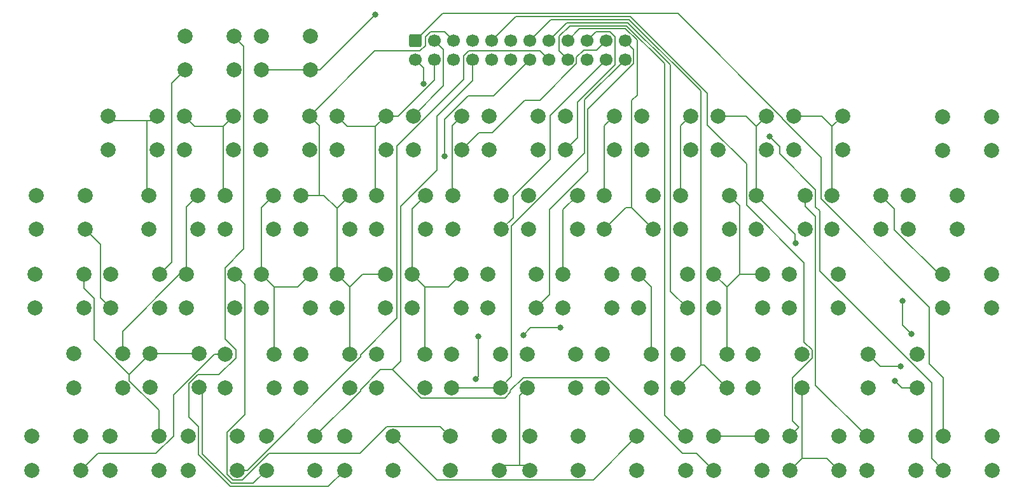
<source format=gbr>
%TF.GenerationSoftware,KiCad,Pcbnew,7.0.1*%
%TF.CreationDate,2023-09-25T23:55:44+03:00*%
%TF.ProjectId,keyboard_test,6b657962-6f61-4726-945f-746573742e6b,rev?*%
%TF.SameCoordinates,Original*%
%TF.FileFunction,Copper,L2,Bot*%
%TF.FilePolarity,Positive*%
%FSLAX46Y46*%
G04 Gerber Fmt 4.6, Leading zero omitted, Abs format (unit mm)*
G04 Created by KiCad (PCBNEW 7.0.1) date 2023-09-25 23:55:44*
%MOMM*%
%LPD*%
G01*
G04 APERTURE LIST*
G04 Aperture macros list*
%AMRoundRect*
0 Rectangle with rounded corners*
0 $1 Rounding radius*
0 $2 $3 $4 $5 $6 $7 $8 $9 X,Y pos of 4 corners*
0 Add a 4 corners polygon primitive as box body*
4,1,4,$2,$3,$4,$5,$6,$7,$8,$9,$2,$3,0*
0 Add four circle primitives for the rounded corners*
1,1,$1+$1,$2,$3*
1,1,$1+$1,$4,$5*
1,1,$1+$1,$6,$7*
1,1,$1+$1,$8,$9*
0 Add four rect primitives between the rounded corners*
20,1,$1+$1,$2,$3,$4,$5,0*
20,1,$1+$1,$4,$5,$6,$7,0*
20,1,$1+$1,$6,$7,$8,$9,0*
20,1,$1+$1,$8,$9,$2,$3,0*%
G04 Aperture macros list end*
%TA.AperFunction,ComponentPad*%
%ADD10C,2.000000*%
%TD*%
%TA.AperFunction,ComponentPad*%
%ADD11RoundRect,0.250000X-0.600000X0.600000X-0.600000X-0.600000X0.600000X-0.600000X0.600000X0.600000X0*%
%TD*%
%TA.AperFunction,ComponentPad*%
%ADD12C,1.700000*%
%TD*%
%TA.AperFunction,ViaPad*%
%ADD13C,0.800000*%
%TD*%
%TA.AperFunction,Conductor*%
%ADD14C,0.200000*%
%TD*%
G04 APERTURE END LIST*
D10*
%TO.P,SW21,1,1*%
%TO.N,Net-(J1-Pin_4)*%
X118395200Y-106432400D03*
X124895200Y-106432400D03*
%TO.P,SW21,2,2*%
%TO.N,Net-(J1-Pin_17)*%
X118395200Y-110932400D03*
X124895200Y-110932400D03*
%TD*%
%TO.P,SW59,1,1*%
%TO.N,Net-(J1-Pin_6)*%
X153308100Y-138577000D03*
X159808100Y-138577000D03*
%TO.P,SW59,2,2*%
%TO.N,Net-(J1-Pin_13)*%
X153308100Y-143077000D03*
X159808100Y-143077000D03*
%TD*%
%TO.P,SW33,1,1*%
%TO.N,Net-(J1-Pin_3)*%
X112877600Y-116962800D03*
X119377600Y-116962800D03*
%TO.P,SW33,2,2*%
%TO.N,Net-(J1-Pin_15)*%
X112877600Y-121462800D03*
X119377600Y-121462800D03*
%TD*%
%TO.P,SW60,1,1*%
%TO.N,Net-(J1-Pin_1)*%
X163512500Y-138577000D03*
X170012500Y-138577000D03*
%TO.P,SW60,2,2*%
%TO.N,Net-(J1-Pin_2)*%
X163512500Y-143077000D03*
X170012500Y-143077000D03*
%TD*%
%TO.P,SW2,1,1*%
%TO.N,Net-(J1-Pin_9)*%
X72758300Y-85202200D03*
X79258300Y-85202200D03*
%TO.P,SW2,2,2*%
%TO.N,Net-(J1-Pin_20)*%
X72758300Y-89702200D03*
X79258300Y-89702200D03*
%TD*%
%TO.P,SW23,1,1*%
%TO.N,Net-(J1-Pin_6)*%
X138604300Y-106432400D03*
X145104300Y-106432400D03*
%TO.P,SW23,2,2*%
%TO.N,Net-(J1-Pin_17)*%
X138604300Y-110932400D03*
X145104300Y-110932400D03*
%TD*%
%TO.P,SW25,1,1*%
%TO.N,Net-(J1-Pin_11)*%
X158813500Y-106432400D03*
X165313500Y-106432400D03*
%TO.P,SW25,2,2*%
%TO.N,Net-(J1-Pin_18)*%
X158813500Y-110932400D03*
X165313500Y-110932400D03*
%TD*%
%TO.P,SW46,1,1*%
%TO.N,Net-(J1-Pin_5)*%
X128168500Y-127580000D03*
X134668500Y-127580000D03*
%TO.P,SW46,2,2*%
%TO.N,Net-(J1-Pin_13)*%
X128168500Y-132080000D03*
X134668500Y-132080000D03*
%TD*%
%TO.P,SW29,1,1*%
%TO.N,Net-(J1-Pin_6)*%
X72736300Y-116962800D03*
X79236300Y-116962800D03*
%TO.P,SW29,2,2*%
%TO.N,Net-(J1-Pin_23)*%
X72736300Y-121462800D03*
X79236300Y-121462800D03*
%TD*%
%TO.P,SW32,1,1*%
%TO.N,Net-(J1-Pin_3)*%
X102842200Y-116962800D03*
X109342200Y-116962800D03*
%TO.P,SW32,2,2*%
%TO.N,Net-(J1-Pin_23)*%
X102842200Y-121462800D03*
X109342200Y-121462800D03*
%TD*%
%TO.P,SW17,1,1*%
%TO.N,Net-(J1-Pin_5)*%
X77976800Y-106432400D03*
X84476800Y-106432400D03*
%TO.P,SW17,2,2*%
%TO.N,Net-(J1-Pin_22)*%
X77976800Y-110932400D03*
X84476800Y-110932400D03*
%TD*%
%TO.P,SW49,1,1*%
%TO.N,Net-(J1-Pin_13)*%
X42175500Y-138577000D03*
X48675500Y-138577000D03*
%TO.P,SW49,2,2*%
%TO.N,Net-(J1-Pin_6)*%
X42175500Y-143077000D03*
X48675500Y-143077000D03*
%TD*%
%TO.P,SW37,1,1*%
%TO.N,Net-(J1-Pin_7)*%
X163385500Y-116962800D03*
X169885500Y-116962800D03*
%TO.P,SW37,2,2*%
%TO.N,Net-(J1-Pin_15)*%
X163385500Y-121462800D03*
X169885500Y-121462800D03*
%TD*%
%TO.P,SW13,1,1*%
%TO.N,Net-(J1-Pin_14)*%
X163385500Y-95910400D03*
X169885500Y-95910400D03*
%TO.P,SW13,2,2*%
%TO.N,Net-(J1-Pin_12)*%
X163385500Y-100410400D03*
X169885500Y-100410400D03*
%TD*%
%TO.P,SW39,1,1*%
%TO.N,Net-(J1-Pin_11)*%
X57948900Y-127554600D03*
X64448900Y-127554600D03*
%TO.P,SW39,2,2*%
%TO.N,Net-(J1-Pin_20)*%
X57948900Y-132054600D03*
X64448900Y-132054600D03*
%TD*%
%TO.P,SW19,1,1*%
%TO.N,Net-(J1-Pin_3)*%
X98186000Y-106432400D03*
X104686000Y-106432400D03*
%TO.P,SW19,2,2*%
%TO.N,Net-(J1-Pin_22)*%
X98186000Y-110932400D03*
X104686000Y-110932400D03*
%TD*%
%TO.P,SW28,1,1*%
%TO.N,Net-(J1-Pin_7)*%
X62701000Y-116962800D03*
X69201000Y-116962800D03*
%TO.P,SW28,2,2*%
%TO.N,Net-(J1-Pin_23)*%
X62701000Y-121462800D03*
X69201000Y-121462800D03*
%TD*%
%TO.P,SW24,1,1*%
%TO.N,Net-(J1-Pin_7)*%
X148708900Y-106432400D03*
X155208900Y-106432400D03*
%TO.P,SW24,2,2*%
%TO.N,Net-(J1-Pin_17)*%
X148708900Y-110932400D03*
X155208900Y-110932400D03*
%TD*%
%TO.P,SW9,1,1*%
%TO.N,Net-(J1-Pin_4)*%
X113202400Y-95830000D03*
X119702400Y-95830000D03*
%TO.P,SW9,2,2*%
%TO.N,Net-(J1-Pin_19)*%
X113202400Y-100330000D03*
X119702400Y-100330000D03*
%TD*%
%TO.P,SW34,1,1*%
%TO.N,Net-(J1-Pin_4)*%
X122912900Y-116962800D03*
X129412900Y-116962800D03*
%TO.P,SW34,2,2*%
%TO.N,Net-(J1-Pin_15)*%
X122912900Y-121462800D03*
X129412900Y-121462800D03*
%TD*%
%TO.P,SW6,1,1*%
%TO.N,Net-(J1-Pin_4)*%
X82781600Y-95830000D03*
X89281600Y-95830000D03*
%TO.P,SW6,2,2*%
%TO.N,Net-(J1-Pin_21)*%
X82781600Y-100330000D03*
X89281600Y-100330000D03*
%TD*%
%TO.P,SW12,1,1*%
%TO.N,Net-(J1-Pin_7)*%
X143623100Y-95830000D03*
X150123100Y-95830000D03*
%TO.P,SW12,2,2*%
%TO.N,Net-(J1-Pin_19)*%
X143623100Y-100330000D03*
X150123100Y-100330000D03*
%TD*%
%TO.P,SW22,1,1*%
%TO.N,Net-(J1-Pin_5)*%
X128499700Y-106432400D03*
X134999700Y-106432400D03*
%TO.P,SW22,2,2*%
%TO.N,Net-(J1-Pin_17)*%
X128499700Y-110932400D03*
X134999700Y-110932400D03*
%TD*%
%TO.P,SW45,1,1*%
%TO.N,Net-(J1-Pin_4)*%
X118130500Y-127580000D03*
X124630500Y-127580000D03*
%TO.P,SW45,2,2*%
%TO.N,Net-(J1-Pin_13)*%
X118130500Y-132080000D03*
X124630500Y-132080000D03*
%TD*%
%TO.P,SW57,1,1*%
%TO.N,Net-(J1-Pin_18)*%
X132899200Y-138577000D03*
X139399200Y-138577000D03*
%TO.P,SW57,2,2*%
%TO.N,Net-(J1-Pin_8)*%
X132899200Y-143077000D03*
X139399200Y-143077000D03*
%TD*%
%TO.P,SW58,1,1*%
%TO.N,Net-(J1-Pin_9)*%
X143103600Y-138577000D03*
X149603600Y-138577000D03*
%TO.P,SW58,2,2*%
%TO.N,Net-(J1-Pin_13)*%
X143103600Y-143077000D03*
X149603600Y-143077000D03*
%TD*%
%TO.P,SW41,1,1*%
%TO.N,Net-(J1-Pin_5)*%
X77978100Y-127580000D03*
X84478100Y-127580000D03*
%TO.P,SW41,2,2*%
%TO.N,Net-(J1-Pin_24)*%
X77978100Y-132080000D03*
X84478100Y-132080000D03*
%TD*%
%TO.P,SW51,1,1*%
%TO.N,Net-(J1-Pin_8)*%
X62978100Y-138577000D03*
X69478100Y-138577000D03*
%TO.P,SW51,2,2*%
%TO.N,Net-(J1-Pin_16)*%
X62978100Y-143077000D03*
X69478100Y-143077000D03*
%TD*%
%TO.P,SW36,1,1*%
%TO.N,Net-(J1-Pin_6)*%
X142983481Y-116962800D03*
X149483481Y-116962800D03*
%TO.P,SW36,2,2*%
%TO.N,Net-(J1-Pin_15)*%
X142983481Y-121462800D03*
X149483481Y-121462800D03*
%TD*%
%TO.P,SW48,1,1*%
%TO.N,Net-(J1-Pin_24)*%
X153527900Y-127580000D03*
X160027900Y-127580000D03*
%TO.P,SW48,2,2*%
%TO.N,Net-(J1-Pin_7)*%
X153527900Y-132080000D03*
X160027900Y-132080000D03*
%TD*%
%TO.P,SW10,1,1*%
%TO.N,Net-(J1-Pin_5)*%
X123342600Y-95830000D03*
X129842600Y-95830000D03*
%TO.P,SW10,2,2*%
%TO.N,Net-(J1-Pin_19)*%
X123342600Y-100330000D03*
X129842600Y-100330000D03*
%TD*%
%TO.P,SW4,1,1*%
%TO.N,Net-(J1-Pin_6)*%
X62501100Y-95830000D03*
X69001100Y-95830000D03*
%TO.P,SW4,2,2*%
%TO.N,Net-(J1-Pin_21)*%
X62501100Y-100330000D03*
X69001100Y-100330000D03*
%TD*%
%TO.P,SW31,1,1*%
%TO.N,Net-(J1-Pin_4)*%
X92806900Y-116962800D03*
X99306900Y-116962800D03*
%TO.P,SW31,2,2*%
%TO.N,Net-(J1-Pin_23)*%
X92806900Y-121462800D03*
X99306900Y-121462800D03*
%TD*%
%TO.P,SW5,1,1*%
%TO.N,Net-(J1-Pin_5)*%
X72641400Y-95830000D03*
X79141400Y-95830000D03*
%TO.P,SW5,2,2*%
%TO.N,Net-(J1-Pin_21)*%
X72641400Y-100330000D03*
X79141400Y-100330000D03*
%TD*%
%TO.P,SW1,1,1*%
%TO.N,Net-(J1-Pin_10)*%
X62547500Y-85202200D03*
X69047500Y-85202200D03*
%TO.P,SW1,2,2*%
%TO.N,Net-(J1-Pin_20)*%
X62547500Y-89702200D03*
X69047500Y-89702200D03*
%TD*%
%TO.P,SW7,1,1*%
%TO.N,Net-(J1-Pin_3)*%
X92921900Y-95830000D03*
X99421900Y-95830000D03*
%TO.P,SW7,2,2*%
%TO.N,Net-(J1-Pin_21)*%
X92921900Y-100330000D03*
X99421900Y-100330000D03*
%TD*%
%TO.P,SW53,1,1*%
%TO.N,Net-(J1-Pin_18)*%
X83780700Y-138577000D03*
X90280700Y-138577000D03*
%TO.P,SW53,2,2*%
%TO.N,Net-(J1-Pin_10)*%
X83780700Y-143077000D03*
X90280700Y-143077000D03*
%TD*%
%TO.P,SW56,1,1*%
%TO.N,Net-(J1-Pin_18)*%
X122694700Y-138577000D03*
X129194700Y-138577000D03*
%TO.P,SW56,2,2*%
%TO.N,Net-(J1-Pin_9)*%
X122694700Y-143077000D03*
X129194700Y-143077000D03*
%TD*%
%TO.P,SW16,1,1*%
%TO.N,Net-(J1-Pin_6)*%
X67872300Y-106432400D03*
X74372300Y-106432400D03*
%TO.P,SW16,2,2*%
%TO.N,Net-(J1-Pin_22)*%
X67872300Y-110932400D03*
X74372300Y-110932400D03*
%TD*%
%TO.P,SW40,1,1*%
%TO.N,Net-(J1-Pin_6)*%
X67940100Y-127580000D03*
X74440100Y-127580000D03*
%TO.P,SW40,2,2*%
%TO.N,Net-(J1-Pin_24)*%
X67940100Y-132080000D03*
X74440100Y-132080000D03*
%TD*%
%TO.P,SW18,1,1*%
%TO.N,Net-(J1-Pin_4)*%
X88081400Y-106432400D03*
X94581400Y-106432400D03*
%TO.P,SW18,2,2*%
%TO.N,Net-(J1-Pin_22)*%
X88081400Y-110932400D03*
X94581400Y-110932400D03*
%TD*%
%TO.P,SW42,1,1*%
%TO.N,Net-(J1-Pin_4)*%
X88016200Y-127580000D03*
X94516200Y-127580000D03*
%TO.P,SW42,2,2*%
%TO.N,Net-(J1-Pin_24)*%
X88016200Y-132080000D03*
X94516200Y-132080000D03*
%TD*%
%TO.P,SW54,1,1*%
%TO.N,Net-(J1-Pin_7)*%
X97852300Y-138577000D03*
X104352300Y-138577000D03*
%TO.P,SW54,2,2*%
%TO.N,Net-(J1-Pin_13)*%
X97852300Y-143077000D03*
X104352300Y-143077000D03*
%TD*%
%TO.P,SW52,1,1*%
%TO.N,Net-(J1-Pin_8)*%
X73379400Y-138577000D03*
X79879400Y-138577000D03*
%TO.P,SW52,2,2*%
%TO.N,Net-(J1-Pin_20)*%
X73379400Y-143077000D03*
X79879400Y-143077000D03*
%TD*%
%TO.P,SW43,1,1*%
%TO.N,Net-(J1-Pin_3)*%
X98054300Y-127580000D03*
X104554300Y-127580000D03*
%TO.P,SW43,2,2*%
%TO.N,Net-(J1-Pin_24)*%
X98054300Y-132080000D03*
X104554300Y-132080000D03*
%TD*%
%TO.P,SW27,1,1*%
%TO.N,Net-(J1-Pin_20)*%
X52665700Y-116962800D03*
X59165700Y-116962800D03*
%TO.P,SW27,2,2*%
%TO.N,Net-(J1-Pin_12)*%
X52665700Y-121462800D03*
X59165700Y-121462800D03*
%TD*%
%TO.P,SW26,1,1*%
%TO.N,Net-(J1-Pin_11)*%
X42604900Y-116962800D03*
X49104900Y-116962800D03*
%TO.P,SW26,2,2*%
%TO.N,Net-(J1-Pin_14)*%
X42604900Y-121462800D03*
X49104900Y-121462800D03*
%TD*%
%TO.P,SW44,1,1*%
%TO.N,Net-(J1-Pin_3)*%
X108092400Y-127580000D03*
X114592400Y-127580000D03*
%TO.P,SW44,2,2*%
%TO.N,Net-(J1-Pin_13)*%
X108092400Y-132080000D03*
X114592400Y-132080000D03*
%TD*%
%TO.P,SW47,1,1*%
%TO.N,Net-(J1-Pin_10)*%
X138206600Y-127580000D03*
X144706600Y-127580000D03*
%TO.P,SW47,2,2*%
%TO.N,Net-(J1-Pin_13)*%
X138206600Y-132080000D03*
X144706600Y-132080000D03*
%TD*%
%TO.P,SW15,1,1*%
%TO.N,Net-(J1-Pin_7)*%
X57767700Y-106432400D03*
X64267700Y-106432400D03*
%TO.P,SW15,2,2*%
%TO.N,Net-(J1-Pin_22)*%
X57767700Y-110932400D03*
X64267700Y-110932400D03*
%TD*%
%TO.P,SW35,1,1*%
%TO.N,Net-(J1-Pin_5)*%
X132948200Y-116962800D03*
X139448200Y-116962800D03*
%TO.P,SW35,2,2*%
%TO.N,Net-(J1-Pin_15)*%
X132948200Y-121462800D03*
X139448200Y-121462800D03*
%TD*%
%TO.P,SW55,1,1*%
%TO.N,Net-(J1-Pin_7)*%
X108418700Y-138577000D03*
X114918700Y-138577000D03*
%TO.P,SW55,2,2*%
%TO.N,Net-(J1-Pin_13)*%
X108418700Y-143077000D03*
X114918700Y-143077000D03*
%TD*%
%TO.P,SW3,1,1*%
%TO.N,Net-(J1-Pin_7)*%
X52360900Y-95830000D03*
X58860900Y-95830000D03*
%TO.P,SW3,2,2*%
%TO.N,Net-(J1-Pin_21)*%
X52360900Y-100330000D03*
X58860900Y-100330000D03*
%TD*%
%TO.P,SW11,1,1*%
%TO.N,Net-(J1-Pin_6)*%
X133482900Y-95830000D03*
X139982900Y-95830000D03*
%TO.P,SW11,2,2*%
%TO.N,Net-(J1-Pin_19)*%
X133482900Y-100330000D03*
X139982900Y-100330000D03*
%TD*%
%TO.P,SW38,1,1*%
%TO.N,Net-(J1-Pin_7)*%
X47739300Y-127565200D03*
X54239300Y-127565200D03*
%TO.P,SW38,2,2*%
%TO.N,Net-(J1-Pin_24)*%
X47739300Y-132065200D03*
X54239300Y-132065200D03*
%TD*%
%TO.P,SW30,1,1*%
%TO.N,Net-(J1-Pin_5)*%
X82771600Y-116962800D03*
X89271600Y-116962800D03*
%TO.P,SW30,2,2*%
%TO.N,Net-(J1-Pin_23)*%
X82771600Y-121462800D03*
X89271600Y-121462800D03*
%TD*%
%TO.P,SW50,1,1*%
%TO.N,Net-(J1-Pin_11)*%
X52576800Y-138577000D03*
X59076800Y-138577000D03*
%TO.P,SW50,2,2*%
%TO.N,Net-(J1-Pin_16)*%
X52576800Y-143077000D03*
X59076800Y-143077000D03*
%TD*%
%TO.P,SW14,1,1*%
%TO.N,Net-(J1-Pin_18)*%
X42735500Y-106432400D03*
X49235500Y-106432400D03*
%TO.P,SW14,2,2*%
%TO.N,Net-(J1-Pin_12)*%
X42735500Y-110932400D03*
X49235500Y-110932400D03*
%TD*%
%TO.P,SW8,1,1*%
%TO.N,Net-(J1-Pin_3)*%
X103062100Y-95830000D03*
X109562100Y-95830000D03*
%TO.P,SW8,2,2*%
%TO.N,Net-(J1-Pin_19)*%
X103062100Y-100330000D03*
X109562100Y-100330000D03*
%TD*%
%TO.P,SW20,1,1*%
%TO.N,Net-(J1-Pin_3)*%
X108290600Y-106432400D03*
X114790600Y-106432400D03*
%TO.P,SW20,2,2*%
%TO.N,Net-(J1-Pin_17)*%
X108290600Y-110932400D03*
X114790600Y-110932400D03*
%TD*%
D11*
%TO.P,J1,1,Pin_1*%
%TO.N,Net-(J1-Pin_1)*%
X93202900Y-85786400D03*
D12*
%TO.P,J1,2,Pin_2*%
%TO.N,Net-(J1-Pin_2)*%
X93202900Y-88326400D03*
%TO.P,J1,3,Pin_3*%
%TO.N,Net-(J1-Pin_3)*%
X95742900Y-85786400D03*
%TO.P,J1,4,Pin_4*%
%TO.N,Net-(J1-Pin_4)*%
X95742900Y-88326400D03*
%TO.P,J1,5,Pin_5*%
%TO.N,Net-(J1-Pin_5)*%
X98282900Y-85786400D03*
%TO.P,J1,6,Pin_6*%
%TO.N,Net-(J1-Pin_6)*%
X98282900Y-88326400D03*
%TO.P,J1,7,Pin_7*%
%TO.N,Net-(J1-Pin_7)*%
X100822900Y-85786400D03*
%TO.P,J1,8,Pin_8*%
%TO.N,Net-(J1-Pin_8)*%
X100822900Y-88326400D03*
%TO.P,J1,9,Pin_9*%
%TO.N,Net-(J1-Pin_9)*%
X103362900Y-85786400D03*
%TO.P,J1,10,Pin_10*%
%TO.N,Net-(J1-Pin_10)*%
X103362900Y-88326400D03*
%TO.P,J1,11,Pin_11*%
%TO.N,Net-(J1-Pin_11)*%
X105902900Y-85786400D03*
%TO.P,J1,12,Pin_12*%
%TO.N,Net-(J1-Pin_12)*%
X105902900Y-88326400D03*
%TO.P,J1,13,Pin_13*%
%TO.N,Net-(J1-Pin_13)*%
X108442900Y-85786400D03*
%TO.P,J1,14,Pin_14*%
%TO.N,Net-(J1-Pin_14)*%
X108442900Y-88326400D03*
%TO.P,J1,15,Pin_15*%
%TO.N,Net-(J1-Pin_15)*%
X110982900Y-85786400D03*
%TO.P,J1,16,Pin_16*%
%TO.N,Net-(J1-Pin_16)*%
X110982900Y-88326400D03*
%TO.P,J1,17,Pin_17*%
%TO.N,Net-(J1-Pin_17)*%
X113522900Y-85786400D03*
%TO.P,J1,18,Pin_18*%
%TO.N,Net-(J1-Pin_18)*%
X113522900Y-88326400D03*
%TO.P,J1,19,Pin_19*%
%TO.N,Net-(J1-Pin_19)*%
X116062900Y-85786400D03*
%TO.P,J1,20,Pin_20*%
%TO.N,Net-(J1-Pin_20)*%
X116062900Y-88326400D03*
%TO.P,J1,21,Pin_21*%
%TO.N,Net-(J1-Pin_21)*%
X118602900Y-85786400D03*
%TO.P,J1,22,Pin_22*%
%TO.N,Net-(J1-Pin_22)*%
X118602900Y-88326400D03*
%TO.P,J1,23,Pin_23*%
%TO.N,Net-(J1-Pin_23)*%
X121142900Y-85786400D03*
%TO.P,J1,24,Pin_24*%
%TO.N,Net-(J1-Pin_24)*%
X121142900Y-88326400D03*
%TD*%
D13*
%TO.N,Net-(J1-Pin_2)*%
X94281200Y-91516500D03*
X140361600Y-98593600D03*
%TO.N,Net-(J1-Pin_6)*%
X143825100Y-112786600D03*
%TO.N,Net-(J1-Pin_7)*%
X157058500Y-131150800D03*
X158049100Y-120533600D03*
X159293700Y-124927800D03*
%TO.N,Net-(J1-Pin_14)*%
X97086100Y-101164400D03*
%TO.N,Net-(J1-Pin_20)*%
X87852400Y-82332800D03*
%TO.N,Net-(J1-Pin_24)*%
X157845900Y-129195000D03*
X112506900Y-124064200D03*
X101610300Y-125258000D03*
X107579300Y-125054800D03*
X101280100Y-130922200D03*
%TD*%
D14*
%TO.N,Net-(J1-Pin_1)*%
X163512500Y-138577000D02*
X163512500Y-130721400D01*
X128154000Y-82151500D02*
X96837800Y-82151500D01*
X142096500Y-96094000D02*
X128154000Y-82151500D01*
X147252400Y-106913400D02*
X147252400Y-101328000D01*
X147252400Y-101328000D02*
X142096500Y-96172100D01*
X161658800Y-128867700D02*
X161658800Y-121319800D01*
X142096500Y-96172100D02*
X142096500Y-96094000D01*
X163512500Y-130721400D02*
X161658800Y-128867700D01*
X161658800Y-121319800D02*
X147252400Y-106913400D01*
X96837800Y-82151500D02*
X93202900Y-85786400D01*
%TO.N,Net-(J1-Pin_2)*%
X161960700Y-141525200D02*
X161960700Y-131455600D01*
X146494000Y-105693000D02*
X141696100Y-100895100D01*
X161960700Y-131455600D02*
X147053800Y-116548700D01*
X146494000Y-107932300D02*
X146494000Y-105693000D01*
X141696100Y-100895100D02*
X141696100Y-99928100D01*
X147053800Y-108492100D02*
X146494000Y-107932300D01*
X147053800Y-116548700D02*
X147053800Y-108492100D01*
X94281200Y-89404700D02*
X94281200Y-91516500D01*
X141696100Y-99928100D02*
X140361600Y-98593600D01*
X93202900Y-88326400D02*
X94281200Y-89404700D01*
X163512500Y-143077000D02*
X161960700Y-141525200D01*
%TO.N,Net-(J1-Pin_3)*%
X112877600Y-108345400D02*
X114790600Y-106432400D01*
X99421900Y-95830000D02*
X98117300Y-97134600D01*
X98117300Y-97134600D02*
X98117300Y-106363700D01*
X98117300Y-106363700D02*
X98186000Y-106432400D01*
X95742900Y-85786400D02*
X96921400Y-86964900D01*
X96921400Y-86964900D02*
X96921400Y-91830500D01*
X112877600Y-116962800D02*
X112877600Y-108345400D01*
X96921400Y-91830500D02*
X92921900Y-95830000D01*
%TO.N,Net-(J1-Pin_4)*%
X94516200Y-118672100D02*
X92806900Y-116962800D01*
X92806900Y-116962800D02*
X92806900Y-108206900D01*
X87900400Y-97211200D02*
X84162800Y-97211200D01*
X94516200Y-127580000D02*
X94516200Y-118672100D01*
X95742900Y-91047400D02*
X95742900Y-88326400D01*
X92806900Y-108206900D02*
X94581400Y-106432400D01*
X118395200Y-106432400D02*
X118395200Y-97137200D01*
X94516200Y-118672100D02*
X97597600Y-118672100D01*
X118395200Y-97137200D02*
X119702400Y-95830000D01*
X90960300Y-95830000D02*
X95742900Y-91047400D01*
X97597600Y-118672100D02*
X99306900Y-116962800D01*
X87900400Y-97211200D02*
X89281600Y-95830000D01*
X84162800Y-97211200D02*
X82781600Y-95830000D01*
X88081400Y-106432400D02*
X87900400Y-106251400D01*
X124630500Y-118680400D02*
X122912900Y-116962800D01*
X89281600Y-95830000D02*
X90960300Y-95830000D01*
X124630500Y-127580000D02*
X124630500Y-118680400D01*
X87900400Y-106251400D02*
X87900400Y-97211200D01*
%TO.N,Net-(J1-Pin_5)*%
X136388800Y-116962800D02*
X134668500Y-118683100D01*
X97096000Y-84599500D02*
X98282900Y-85786400D01*
X80449600Y-97138200D02*
X80449600Y-106432400D01*
X134668500Y-118683100D02*
X134668500Y-127580000D01*
X82771600Y-116962800D02*
X84478100Y-118669300D01*
X94533000Y-85315600D02*
X95249100Y-84599500D01*
X86184600Y-116962800D02*
X84478100Y-118669300D01*
X79141400Y-95830000D02*
X87796900Y-87174500D01*
X128499700Y-97172900D02*
X128499700Y-106432400D01*
X134999700Y-106432400D02*
X136388800Y-107821500D01*
X80449600Y-106432400D02*
X81066400Y-106432400D01*
X81066400Y-106432400D02*
X82771600Y-108137600D01*
X79141400Y-95830000D02*
X80449600Y-97138200D01*
X136388800Y-107821500D02*
X136388800Y-116962800D01*
X87796900Y-87174500D02*
X93808100Y-87174500D01*
X93808100Y-87174500D02*
X94533000Y-86449600D01*
X129842600Y-95830000D02*
X128499700Y-97172900D01*
X139448200Y-116962800D02*
X136388800Y-116962800D01*
X89271600Y-116962800D02*
X86184600Y-116962800D01*
X132948200Y-116962800D02*
X134668500Y-118683100D01*
X84478100Y-118669300D02*
X84478100Y-127580000D01*
X82771600Y-108137600D02*
X82771600Y-116962800D01*
X95249100Y-84599500D02*
X97096000Y-84599500D01*
X77976800Y-106432400D02*
X80449600Y-106432400D01*
X84476800Y-106432400D02*
X82771600Y-108137600D01*
X94533000Y-86449600D02*
X94533000Y-85315600D01*
%TO.N,Net-(J1-Pin_6)*%
X61027500Y-133041900D02*
X61027500Y-138506400D01*
X143804300Y-111632400D02*
X138604300Y-106432400D01*
X74440100Y-118666600D02*
X77532500Y-118666600D01*
X145104300Y-106432400D02*
X145104300Y-107900700D01*
X72736300Y-108068400D02*
X72736300Y-116962800D01*
X67872300Y-106432400D02*
X67649000Y-106209100D01*
X143825100Y-112786600D02*
X143804300Y-112765800D01*
X67649000Y-97182100D02*
X69001100Y-95830000D01*
X146466400Y-131735300D02*
X153308100Y-138577000D01*
X146466400Y-109262800D02*
X146466400Y-131735300D01*
X61027500Y-138506400D02*
X58706900Y-140827000D01*
X50925500Y-140827000D02*
X48675500Y-143077000D01*
X67940100Y-127580000D02*
X66489400Y-127580000D01*
X138604300Y-97208600D02*
X138604300Y-106432400D01*
X67649000Y-106209100D02*
X67649000Y-97182100D01*
X74440100Y-118666600D02*
X72736300Y-116962800D01*
X77532500Y-118666600D02*
X79236300Y-116962800D01*
X145104300Y-107900700D02*
X146466400Y-109262800D01*
X58706900Y-140827000D02*
X50925500Y-140827000D01*
X74372300Y-106432400D02*
X72736300Y-108068400D01*
X137225700Y-95830000D02*
X138604300Y-97208600D01*
X139982900Y-95830000D02*
X138604300Y-97208600D01*
X74440100Y-127580000D02*
X74440100Y-118666600D01*
X67649000Y-97182100D02*
X63853200Y-97182100D01*
X63853200Y-97182100D02*
X62501100Y-95830000D01*
X66489400Y-127580000D02*
X61027500Y-133041900D01*
X143804300Y-112765800D02*
X143804300Y-111632400D01*
X133482900Y-95830000D02*
X137225700Y-95830000D01*
%TO.N,Net-(J1-Pin_7)*%
X58193200Y-96497700D02*
X57525400Y-96497700D01*
X162974400Y-116962800D02*
X163385500Y-116962800D01*
X57525400Y-96497700D02*
X57525400Y-106190100D01*
X73741600Y-140827000D02*
X85817600Y-140827000D01*
X89397300Y-137247300D02*
X96522600Y-137247300D01*
X68149000Y-143600000D02*
X68956000Y-144407000D01*
X157011300Y-108234800D02*
X157011300Y-110999700D01*
X69201000Y-116962800D02*
X70541600Y-118303400D01*
X150123100Y-95830000D02*
X148708900Y-97244200D01*
X53028600Y-96497700D02*
X52360900Y-95830000D01*
X158049100Y-123683200D02*
X159293700Y-124927800D01*
X58860900Y-95830000D02*
X58193200Y-96497700D01*
X62701000Y-107999100D02*
X62701000Y-116962800D01*
X158049100Y-120533600D02*
X158049100Y-123683200D01*
X157011300Y-110999700D02*
X162974400Y-116962800D01*
X57525400Y-106190100D02*
X57767700Y-106432400D01*
X70161600Y-144407000D02*
X73741600Y-140827000D01*
X70541600Y-135672300D02*
X68149000Y-138064900D01*
X70541600Y-118303400D02*
X70541600Y-135672300D01*
X96522600Y-137247300D02*
X97852300Y-138577000D01*
X57525400Y-96497700D02*
X53028600Y-96497700D01*
X54239300Y-127565200D02*
X54239300Y-124533300D01*
X143623100Y-95830000D02*
X147294700Y-95830000D01*
X148708900Y-97244200D02*
X148708900Y-106432400D01*
X54239300Y-124533300D02*
X61809800Y-116962800D01*
X155208900Y-106432400D02*
X157011300Y-108234800D01*
X85817600Y-140827000D02*
X89397300Y-137247300D01*
X68956000Y-144407000D02*
X70161600Y-144407000D01*
X147294700Y-95830000D02*
X148708900Y-97244200D01*
X157987700Y-132080000D02*
X160027900Y-132080000D01*
X64267700Y-106432400D02*
X62701000Y-107999100D01*
X157058500Y-131150800D02*
X157987700Y-132080000D01*
X61809800Y-116962800D02*
X62701000Y-116962800D01*
X68149000Y-138064900D02*
X68149000Y-143600000D01*
%TO.N,Net-(J1-Pin_8)*%
X85912700Y-132543700D02*
X79879400Y-138577000D01*
X90191300Y-129641100D02*
X93967100Y-133416900D01*
X118712200Y-130755300D02*
X128783900Y-140827000D01*
X90191300Y-129641100D02*
X88589000Y-129641100D01*
X96105900Y-95873500D02*
X96105900Y-103066700D01*
X100822900Y-88326400D02*
X100822900Y-91156500D01*
X107572100Y-130755300D02*
X118712200Y-130755300D01*
X130649200Y-140827000D02*
X132899200Y-143077000D01*
X93967100Y-133416900D02*
X105123600Y-133416900D01*
X91266200Y-107906400D02*
X91266200Y-128566200D01*
X128783900Y-140827000D02*
X130649200Y-140827000D01*
X105856200Y-132471200D02*
X107572100Y-130755300D01*
X91266200Y-128566200D02*
X90191300Y-129641100D01*
X100822900Y-91156500D02*
X96105900Y-95873500D01*
X96105900Y-103066700D02*
X91266200Y-107906400D01*
X105123600Y-133416900D02*
X105856200Y-132684300D01*
X85912700Y-132317400D02*
X85912700Y-132543700D01*
X88589000Y-129641100D02*
X85912700Y-132317400D01*
X105856200Y-132684300D02*
X105856200Y-132471200D01*
%TO.N,Net-(J1-Pin_9)*%
X121836700Y-82577300D02*
X106572000Y-82577300D01*
X146006600Y-128118478D02*
X146006600Y-127041522D01*
X143103600Y-138577000D02*
X144306600Y-137374000D01*
X146006600Y-127041522D02*
X144968100Y-126003022D01*
X137302400Y-102244100D02*
X132082300Y-97024000D01*
X144968100Y-126003022D02*
X144968100Y-115390800D01*
X144968100Y-115390800D02*
X137302400Y-107725100D01*
X144306600Y-137374000D02*
X143406600Y-136474000D01*
X106572000Y-82577300D02*
X103362900Y-85786400D01*
X143406600Y-136474000D02*
X143406600Y-130718478D01*
X143406600Y-130718478D02*
X146006600Y-128118478D01*
X132082300Y-97024000D02*
X132082300Y-92822900D01*
X132082300Y-92822900D02*
X121836700Y-82577300D01*
X137302400Y-107725100D02*
X137302400Y-102244100D01*
%TO.N,Net-(J1-Pin_10)*%
X70370200Y-86524900D02*
X70370200Y-113587600D01*
X67860900Y-125555000D02*
X69300800Y-126994900D01*
X64334300Y-137245300D02*
X64334300Y-141025500D01*
X63114200Y-136025200D02*
X64334300Y-137245300D01*
X64271700Y-130366000D02*
X63114200Y-131523500D01*
X81623800Y-145233900D02*
X83780700Y-143077000D01*
X69300800Y-128128000D02*
X67062800Y-130366000D01*
X67062800Y-130366000D02*
X64271700Y-130366000D01*
X67860900Y-116096900D02*
X67860900Y-125555000D01*
X68542700Y-145233900D02*
X81623800Y-145233900D01*
X64334300Y-141025500D02*
X68542700Y-145233900D01*
X63114200Y-131523500D02*
X63114200Y-136025200D01*
X70370200Y-113587600D02*
X67860900Y-116096900D01*
X69047500Y-85202200D02*
X70370200Y-86524900D01*
X69300800Y-126994900D02*
X69300800Y-128128000D01*
%TO.N,Net-(J1-Pin_11)*%
X55153600Y-131138200D02*
X55153600Y-130349900D01*
X55153700Y-130349800D02*
X50484900Y-125681100D01*
X50484900Y-125681100D02*
X50484900Y-120162400D01*
X55153600Y-130349900D02*
X55153700Y-130349800D01*
X59076800Y-138577000D02*
X59076800Y-135061400D01*
X50484900Y-120162400D02*
X49104900Y-118782400D01*
X59076800Y-135061400D02*
X55153600Y-131138200D01*
X64448900Y-127554600D02*
X57948900Y-127554600D01*
X49104900Y-118782400D02*
X49104900Y-116962800D01*
X55153700Y-130349800D02*
X57948900Y-127554600D01*
%TO.N,Net-(J1-Pin_12)*%
X51306250Y-113003150D02*
X51306250Y-120103350D01*
X51306250Y-120103350D02*
X52665700Y-121462800D01*
X49235500Y-110932400D02*
X51306250Y-113003150D01*
%TO.N,Net-(J1-Pin_13)*%
X131211900Y-129036600D02*
X128168500Y-132080000D01*
X131211900Y-129036600D02*
X131625100Y-129036600D01*
X107065900Y-142400600D02*
X105028700Y-142400600D01*
X144706600Y-141474000D02*
X148000600Y-141474000D01*
X107065900Y-133106500D02*
X108092400Y-132080000D01*
X105028700Y-142400600D02*
X104352300Y-143077000D01*
X144706600Y-141474000D02*
X143103600Y-143077000D01*
X107065900Y-142400600D02*
X107065900Y-133106500D01*
X107742300Y-142400600D02*
X107065900Y-142400600D01*
X144706600Y-132080000D02*
X144706600Y-141474000D01*
X131211900Y-92520800D02*
X131211900Y-129036600D01*
X108442900Y-85786400D02*
X111226200Y-83003100D01*
X111226200Y-83003100D02*
X121694200Y-83003100D01*
X131625100Y-129036600D02*
X134668500Y-132080000D01*
X108418700Y-143077000D02*
X107742300Y-142400600D01*
X121694200Y-83003100D02*
X131211900Y-92520800D01*
X148000600Y-141474000D02*
X149603600Y-143077000D01*
%TO.N,Net-(J1-Pin_14)*%
X100259600Y-93140600D02*
X97086100Y-96314100D01*
X97086100Y-96314100D02*
X97086100Y-101164400D01*
X108442900Y-88326400D02*
X103628700Y-93140600D01*
X103628700Y-93140600D02*
X100259600Y-93140600D01*
%TO.N,Net-(J1-Pin_15)*%
X110982900Y-85786400D02*
X113364300Y-83405000D01*
X127168600Y-89045800D02*
X127168600Y-119218500D01*
X121527800Y-83405000D02*
X127168600Y-89045800D01*
X113364300Y-83405000D02*
X121527800Y-83405000D01*
X127168600Y-119218500D02*
X129412900Y-121462800D01*
%TO.N,Net-(J1-Pin_16)*%
X109772700Y-87116200D02*
X100344600Y-87116200D01*
X85947800Y-127976900D02*
X70847700Y-143077000D01*
X70847700Y-143077000D02*
X69478100Y-143077000D01*
X99625100Y-90968000D02*
X90785900Y-99807200D01*
X99625100Y-87835700D02*
X99625100Y-90968000D01*
X90785900Y-122828100D02*
X85947800Y-127666200D01*
X110982900Y-88326400D02*
X109772700Y-87116200D01*
X100344600Y-87116200D02*
X99625100Y-87835700D01*
X85947800Y-127666200D02*
X85947800Y-127976900D01*
X90785900Y-99807200D02*
X90785900Y-122828100D01*
%TO.N,Net-(J1-Pin_17)*%
X122040700Y-108077900D02*
X121249700Y-108077900D01*
X122040700Y-108077900D02*
X124895200Y-110932400D01*
X113522900Y-85786400D02*
X115097400Y-84211900D01*
X122731200Y-85745000D02*
X122731200Y-93078700D01*
X122731200Y-93078700D02*
X122040700Y-93769200D01*
X121249700Y-108077900D02*
X118395200Y-110932400D01*
X121198100Y-84211900D02*
X122731200Y-85745000D01*
X115097400Y-84211900D02*
X121198100Y-84211900D01*
X122040700Y-93769200D02*
X122040700Y-108077900D01*
%TO.N,Net-(J1-Pin_18)*%
X112357800Y-87161300D02*
X112357800Y-85226400D01*
X96086900Y-144383200D02*
X90280700Y-138577000D01*
X139399200Y-138577000D02*
X132899200Y-138577000D01*
X113777300Y-83806900D02*
X121361400Y-83806900D01*
X126399600Y-135781900D02*
X129194700Y-138577000D01*
X122694700Y-138577000D02*
X116888500Y-144383200D01*
X126399600Y-88845100D02*
X126399600Y-135781900D01*
X116888500Y-144383200D02*
X96086900Y-144383200D01*
X112357800Y-85226400D02*
X113777300Y-83806900D01*
X121361400Y-83806900D02*
X126399600Y-88845100D01*
X113522900Y-88326400D02*
X112357800Y-87161300D01*
%TO.N,Net-(J1-Pin_19)*%
X114809000Y-94007400D02*
X119777200Y-89039200D01*
X114809000Y-98723400D02*
X114809000Y-94007400D01*
X117223100Y-84626200D02*
X116062900Y-85786400D01*
X113202400Y-100330000D02*
X114809000Y-98723400D01*
X119777200Y-89039200D02*
X119777200Y-85296800D01*
X119777200Y-85296800D02*
X119106600Y-84626200D01*
X119106600Y-84626200D02*
X117223100Y-84626200D01*
%TO.N,Net-(J1-Pin_20)*%
X87852400Y-82332800D02*
X80483000Y-89702200D01*
X68751900Y-144819500D02*
X64817200Y-140884800D01*
X73379400Y-143077000D02*
X71636900Y-144819500D01*
X71636900Y-144819500D02*
X68751900Y-144819500D01*
X64817200Y-132422900D02*
X64448900Y-132054600D01*
X62547500Y-89702200D02*
X60826000Y-91423700D01*
X80483000Y-89702200D02*
X79258300Y-89702200D01*
X60826000Y-91423700D02*
X60826000Y-115302500D01*
X79258300Y-89702200D02*
X72758300Y-89702200D01*
X60826000Y-115302500D02*
X59165700Y-116962800D01*
X64817200Y-140884800D02*
X64817200Y-132422900D01*
%TO.N,Net-(J1-Pin_21)*%
X109803300Y-93749700D02*
X107803300Y-93749700D01*
X114674800Y-88878200D02*
X109803300Y-93749700D01*
X107803300Y-93749700D02*
X103473000Y-98080000D01*
X115644400Y-87056400D02*
X114674800Y-88026000D01*
X114674800Y-88026000D02*
X114674800Y-88878200D01*
X118602900Y-85786400D02*
X117332900Y-87056400D01*
X101671900Y-98080000D02*
X99421900Y-100330000D01*
X103473000Y-98080000D02*
X101671900Y-98080000D01*
X117332900Y-87056400D02*
X115644400Y-87056400D01*
%TO.N,Net-(J1-Pin_22)*%
X111161400Y-101636200D02*
X111161400Y-95767900D01*
X106228200Y-109390200D02*
X106228200Y-106569400D01*
X111161400Y-95767900D02*
X118602900Y-88326400D01*
X104686000Y-110932400D02*
X106228200Y-109390200D01*
X106228200Y-106569400D02*
X111161400Y-101636200D01*
%TO.N,Net-(J1-Pin_23)*%
X116191100Y-103190700D02*
X111110000Y-108271800D01*
X111110000Y-119695000D02*
X109342200Y-121462800D01*
X122296000Y-88820600D02*
X116191100Y-94925500D01*
X121142900Y-85786400D02*
X122296000Y-86939500D01*
X116191100Y-94925500D02*
X116191100Y-103190700D01*
X122296000Y-86939500D02*
X122296000Y-88820600D01*
X111110000Y-108271800D02*
X111110000Y-119695000D01*
%TO.N,Net-(J1-Pin_24)*%
X112506900Y-124064200D02*
X108569900Y-124064200D01*
X104554300Y-132080000D02*
X98054300Y-132080000D01*
X115775100Y-93694200D02*
X115775100Y-100806000D01*
X106026400Y-130607900D02*
X104554300Y-132080000D01*
X115775100Y-100806000D02*
X106026400Y-110554700D01*
X101610300Y-125258000D02*
X101610300Y-130592000D01*
X155142900Y-129195000D02*
X153527900Y-127580000D01*
X101610300Y-130592000D02*
X101280100Y-130922200D01*
X121142900Y-88326400D02*
X115775100Y-93694200D01*
X157845900Y-129195000D02*
X155142900Y-129195000D01*
X106026400Y-110554700D02*
X106026400Y-130607900D01*
X108569900Y-124064200D02*
X107579300Y-125054800D01*
%TD*%
M02*

</source>
